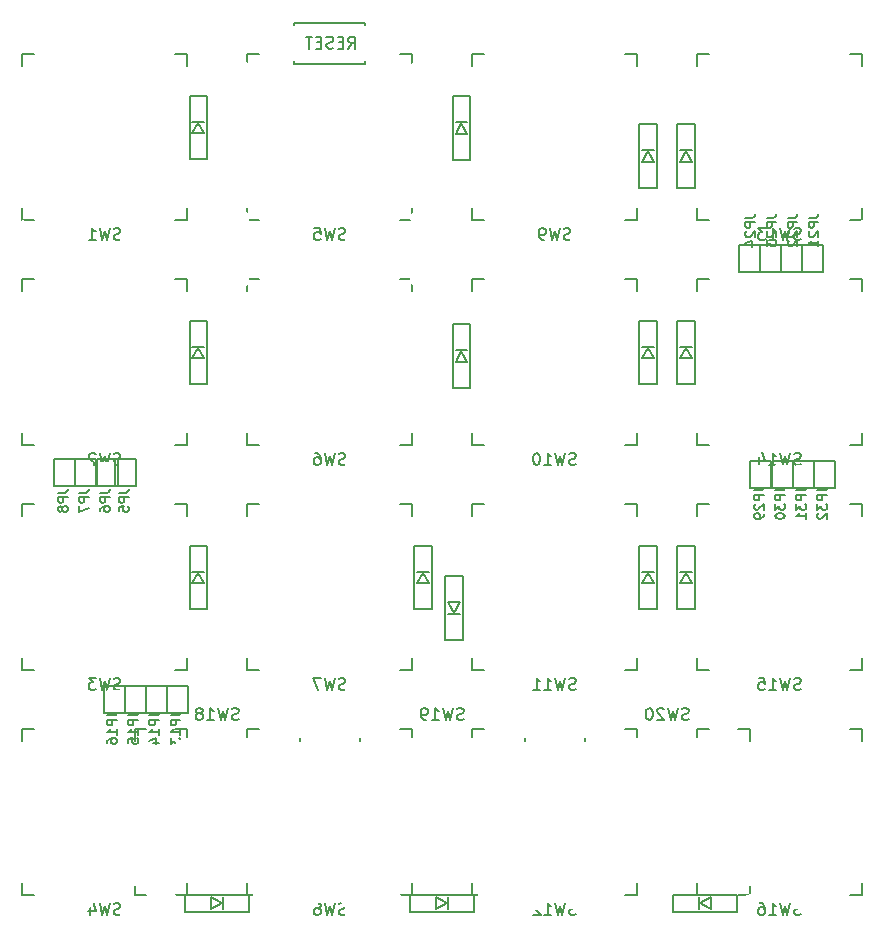
<source format=gbo>
G04 #@! TF.GenerationSoftware,KiCad,Pcbnew,5.1.4+dfsg1-1*
G04 #@! TF.CreationDate,2020-03-28T17:09:33+01:00*
G04 #@! TF.ProjectId,roni4x4ortho,726f6e69-3478-4346-9f72-74686f2e6b69,rev?*
G04 #@! TF.SameCoordinates,Original*
G04 #@! TF.FileFunction,Legend,Bot*
G04 #@! TF.FilePolarity,Positive*
%FSLAX46Y46*%
G04 Gerber Fmt 4.6, Leading zero omitted, Abs format (unit mm)*
G04 Created by KiCad (PCBNEW 5.1.4+dfsg1-1) date 2020-03-28 17:09:33*
%MOMM*%
%LPD*%
G04 APERTURE LIST*
%ADD10C,0.150000*%
%ADD11C,0.152400*%
%ADD12C,4.089800*%
%ADD13C,3.150000*%
%ADD14C,4.502000*%
%ADD15R,1.702000X1.702000*%
%ADD16R,1.245000X0.737000*%
%ADD17C,2.102000*%
%ADD18R,1.052000X1.402000*%
%ADD19R,1.499000X1.499000*%
%ADD20C,1.499000*%
%ADD21R,1.402000X1.052000*%
%ADD22C,2.388000*%
%ADD23C,1.803800*%
%ADD24C,1.626000*%
G04 APERTURE END LIST*
D10*
X83637646Y-51744690D02*
X83637646Y-49458690D01*
X83637646Y-49458690D02*
X81859646Y-49458690D01*
X81859646Y-49458690D02*
X81859646Y-51744690D01*
X81859646Y-51744690D02*
X83637646Y-51744690D01*
X80272142Y-51744690D02*
X82050142Y-51744690D01*
X80272142Y-49458690D02*
X80272142Y-51744690D01*
X82050142Y-49458690D02*
X80272142Y-49458690D01*
X82050142Y-51744690D02*
X82050142Y-49458690D01*
X80264200Y-51744690D02*
X80264200Y-49458690D01*
X80264200Y-49458690D02*
X78486200Y-49458690D01*
X78486200Y-49458690D02*
X78486200Y-51744690D01*
X78486200Y-51744690D02*
X80264200Y-51744690D01*
X76700258Y-51744690D02*
X78478258Y-51744690D01*
X76700258Y-49458690D02*
X76700258Y-51744690D01*
X78478258Y-49458690D02*
X76700258Y-49458690D01*
X78478258Y-51744690D02*
X78478258Y-49458690D01*
X88003282Y-70993176D02*
X88003282Y-68707176D01*
X88003282Y-68707176D02*
X86225282Y-68707176D01*
X86225282Y-68707176D02*
X86225282Y-70993176D01*
X86225282Y-70993176D02*
X88003282Y-70993176D01*
X84439340Y-70993176D02*
X86217340Y-70993176D01*
X84439340Y-68707176D02*
X84439340Y-70993176D01*
X86217340Y-68707176D02*
X84439340Y-68707176D01*
X86217340Y-70993176D02*
X86217340Y-68707176D01*
X84431398Y-70993176D02*
X84431398Y-68707176D01*
X84431398Y-68707176D02*
X82653398Y-68707176D01*
X82653398Y-68707176D02*
X82653398Y-70993176D01*
X82653398Y-70993176D02*
X84431398Y-70993176D01*
X80867456Y-70993176D02*
X82645456Y-70993176D01*
X80867456Y-68707176D02*
X80867456Y-70993176D01*
X82645456Y-68707176D02*
X80867456Y-68707176D01*
X82645456Y-70993176D02*
X82645456Y-68707176D01*
X141779980Y-31400832D02*
X140001980Y-31400832D01*
X141779980Y-33686832D02*
X141779980Y-31400832D01*
X140001980Y-33686832D02*
X141779980Y-33686832D01*
X140001980Y-31400832D02*
X140001980Y-33686832D01*
X138216038Y-31400832D02*
X138216038Y-33686832D01*
X138216038Y-33686832D02*
X139994038Y-33686832D01*
X139994038Y-33686832D02*
X139994038Y-31400832D01*
X139994038Y-31400832D02*
X138216038Y-31400832D01*
X136430096Y-31400832D02*
X136430096Y-33686832D01*
X136430096Y-33686832D02*
X138208096Y-33686832D01*
X138208096Y-33686832D02*
X138208096Y-31400832D01*
X138208096Y-31400832D02*
X136430096Y-31400832D01*
X136422154Y-31400832D02*
X134644154Y-31400832D01*
X136422154Y-33686832D02*
X136422154Y-31400832D01*
X134644154Y-33686832D02*
X136422154Y-33686832D01*
X134644154Y-31400832D02*
X134644154Y-33686832D01*
X135636344Y-51943128D02*
X137414344Y-51943128D01*
X135636344Y-49657128D02*
X135636344Y-51943128D01*
X137414344Y-49657128D02*
X135636344Y-49657128D01*
X137414344Y-51943128D02*
X137414344Y-49657128D01*
X137422286Y-51943128D02*
X139200286Y-51943128D01*
X137422286Y-49657128D02*
X137422286Y-51943128D01*
X139200286Y-49657128D02*
X137422286Y-49657128D01*
X139200286Y-51943128D02*
X139200286Y-49657128D01*
X140986228Y-51943128D02*
X140986228Y-49657128D01*
X140986228Y-49657128D02*
X139208228Y-49657128D01*
X139208228Y-49657128D02*
X139208228Y-51943128D01*
X139208228Y-51943128D02*
X140986228Y-51943128D01*
X140994170Y-51943128D02*
X142772170Y-51943128D01*
X140994170Y-49657128D02*
X140994170Y-51943128D01*
X142772170Y-49657128D02*
X140994170Y-49657128D01*
X142772170Y-51943128D02*
X142772170Y-49657128D01*
X103012500Y-15786600D02*
X103012500Y-16036600D01*
X103012500Y-16036600D02*
X97012500Y-16036600D01*
X97012500Y-16036600D02*
X97012500Y-15786600D01*
X97012500Y-12786600D02*
X97012500Y-12536600D01*
X97012500Y-12536600D02*
X103012500Y-12536600D01*
X103012500Y-12536600D02*
X103012500Y-12786600D01*
X88894400Y-21029900D02*
X89394400Y-21929900D01*
X89394400Y-21929900D02*
X88394400Y-21929900D01*
X88394400Y-21929900D02*
X88894400Y-21029900D01*
X89394400Y-20929900D02*
X88394400Y-20929900D01*
X89644400Y-24129900D02*
X89644400Y-18729900D01*
X89644400Y-18729900D02*
X88144400Y-18729900D01*
X88144400Y-18729900D02*
X88144400Y-24129900D01*
X88144400Y-24129900D02*
X89644400Y-24129900D01*
X88894400Y-40078700D02*
X89394400Y-40978700D01*
X89394400Y-40978700D02*
X88394400Y-40978700D01*
X88394400Y-40978700D02*
X88894400Y-40078700D01*
X89394400Y-39978700D02*
X88394400Y-39978700D01*
X89644400Y-43178700D02*
X89644400Y-37778700D01*
X89644400Y-37778700D02*
X88144400Y-37778700D01*
X88144400Y-37778700D02*
X88144400Y-43178700D01*
X88144400Y-43178700D02*
X89644400Y-43178700D01*
X88894400Y-59127500D02*
X89394400Y-60027500D01*
X89394400Y-60027500D02*
X88394400Y-60027500D01*
X88394400Y-60027500D02*
X88894400Y-59127500D01*
X89394400Y-59027500D02*
X88394400Y-59027500D01*
X89644400Y-62227500D02*
X89644400Y-56827500D01*
X89644400Y-56827500D02*
X88144400Y-56827500D01*
X88144400Y-56827500D02*
X88144400Y-62227500D01*
X88144400Y-62227500D02*
X89644400Y-62227500D01*
X90887728Y-87114282D02*
X89987728Y-87614282D01*
X89987728Y-87614282D02*
X89987728Y-86614282D01*
X89987728Y-86614282D02*
X90887728Y-87114282D01*
X90987728Y-87614282D02*
X90987728Y-86614282D01*
X87787728Y-87864282D02*
X93187728Y-87864282D01*
X93187728Y-87864282D02*
X93187728Y-86364282D01*
X93187728Y-86364282D02*
X87787728Y-86364282D01*
X87787728Y-86364282D02*
X87787728Y-87864282D01*
X110420750Y-24180450D02*
X111920750Y-24180450D01*
X110420750Y-18780450D02*
X110420750Y-24180450D01*
X111920750Y-18780450D02*
X110420750Y-18780450D01*
X111920750Y-24180450D02*
X111920750Y-18780450D01*
X111670750Y-20980450D02*
X110670750Y-20980450D01*
X110670750Y-21980450D02*
X111170750Y-21080450D01*
X111670750Y-21980450D02*
X110670750Y-21980450D01*
X111170750Y-21080450D02*
X111670750Y-21980450D01*
X110420750Y-43441300D02*
X111920750Y-43441300D01*
X110420750Y-38041300D02*
X110420750Y-43441300D01*
X111920750Y-38041300D02*
X110420750Y-38041300D01*
X111920750Y-43441300D02*
X111920750Y-38041300D01*
X111670750Y-40241300D02*
X110670750Y-40241300D01*
X110670750Y-41241300D02*
X111170750Y-40341300D01*
X111670750Y-41241300D02*
X110670750Y-41241300D01*
X111170750Y-40341300D02*
X111670750Y-41241300D01*
X107193200Y-62227500D02*
X108693200Y-62227500D01*
X107193200Y-56827500D02*
X107193200Y-62227500D01*
X108693200Y-56827500D02*
X107193200Y-56827500D01*
X108693200Y-62227500D02*
X108693200Y-56827500D01*
X108443200Y-59027500D02*
X107443200Y-59027500D01*
X107443200Y-60027500D02*
X107943200Y-59127500D01*
X108443200Y-60027500D02*
X107443200Y-60027500D01*
X107943200Y-59127500D02*
X108443200Y-60027500D01*
X106837776Y-86364282D02*
X106837776Y-87864282D01*
X112237776Y-86364282D02*
X106837776Y-86364282D01*
X112237776Y-87864282D02*
X112237776Y-86364282D01*
X106837776Y-87864282D02*
X112237776Y-87864282D01*
X110037776Y-87614282D02*
X110037776Y-86614282D01*
X109037776Y-86614282D02*
X109937776Y-87114282D01*
X109037776Y-87614282D02*
X109037776Y-86614282D01*
X109937776Y-87114282D02*
X109037776Y-87614282D01*
X126992000Y-23411150D02*
X127492000Y-24311150D01*
X127492000Y-24311150D02*
X126492000Y-24311150D01*
X126492000Y-24311150D02*
X126992000Y-23411150D01*
X127492000Y-23311150D02*
X126492000Y-23311150D01*
X127742000Y-26511150D02*
X127742000Y-21111150D01*
X127742000Y-21111150D02*
X126242000Y-21111150D01*
X126242000Y-21111150D02*
X126242000Y-26511150D01*
X126242000Y-26511150D02*
X127742000Y-26511150D01*
X126992000Y-40078700D02*
X127492000Y-40978700D01*
X127492000Y-40978700D02*
X126492000Y-40978700D01*
X126492000Y-40978700D02*
X126992000Y-40078700D01*
X127492000Y-39978700D02*
X126492000Y-39978700D01*
X127742000Y-43178700D02*
X127742000Y-37778700D01*
X127742000Y-37778700D02*
X126242000Y-37778700D01*
X126242000Y-37778700D02*
X126242000Y-43178700D01*
X126242000Y-43178700D02*
X127742000Y-43178700D01*
X126992000Y-59127500D02*
X127492000Y-60027500D01*
X127492000Y-60027500D02*
X126492000Y-60027500D01*
X126492000Y-60027500D02*
X126992000Y-59127500D01*
X127492000Y-59027500D02*
X126492000Y-59027500D01*
X127742000Y-62227500D02*
X127742000Y-56827500D01*
X127742000Y-56827500D02*
X126242000Y-56827500D01*
X126242000Y-56827500D02*
X126242000Y-62227500D01*
X126242000Y-62227500D02*
X127742000Y-62227500D01*
X111279966Y-59411094D02*
X109779966Y-59411094D01*
X111279966Y-64811094D02*
X111279966Y-59411094D01*
X109779966Y-64811094D02*
X111279966Y-64811094D01*
X109779966Y-59411094D02*
X109779966Y-64811094D01*
X110029966Y-62611094D02*
X111029966Y-62611094D01*
X111029966Y-61611094D02*
X110529966Y-62511094D01*
X110029966Y-61611094D02*
X111029966Y-61611094D01*
X110529966Y-62511094D02*
X110029966Y-61611094D01*
X129416800Y-26511150D02*
X130916800Y-26511150D01*
X129416800Y-21111150D02*
X129416800Y-26511150D01*
X130916800Y-21111150D02*
X129416800Y-21111150D01*
X130916800Y-26511150D02*
X130916800Y-21111150D01*
X130666800Y-23311150D02*
X129666800Y-23311150D01*
X129666800Y-24311150D02*
X130166800Y-23411150D01*
X130666800Y-24311150D02*
X129666800Y-24311150D01*
X130166800Y-23411150D02*
X130666800Y-24311150D01*
X129416800Y-43178700D02*
X130916800Y-43178700D01*
X129416800Y-37778700D02*
X129416800Y-43178700D01*
X130916800Y-37778700D02*
X129416800Y-37778700D01*
X130916800Y-43178700D02*
X130916800Y-37778700D01*
X130666800Y-39978700D02*
X129666800Y-39978700D01*
X129666800Y-40978700D02*
X130166800Y-40078700D01*
X130666800Y-40978700D02*
X129666800Y-40978700D01*
X130166800Y-40078700D02*
X130666800Y-40978700D01*
X129416800Y-62227500D02*
X130916800Y-62227500D01*
X129416800Y-56827500D02*
X129416800Y-62227500D01*
X130916800Y-56827500D02*
X129416800Y-56827500D01*
X130916800Y-62227500D02*
X130916800Y-56827500D01*
X130666800Y-59027500D02*
X129666800Y-59027500D01*
X129666800Y-60027500D02*
X130166800Y-59127500D01*
X130666800Y-60027500D02*
X129666800Y-60027500D01*
X130166800Y-59127500D02*
X130666800Y-60027500D01*
X131362832Y-87114282D02*
X132262832Y-86614282D01*
X132262832Y-86614282D02*
X132262832Y-87614282D01*
X132262832Y-87614282D02*
X131362832Y-87114282D01*
X131262832Y-86614282D02*
X131262832Y-87614282D01*
X134462832Y-86364282D02*
X129062832Y-86364282D01*
X129062832Y-86364282D02*
X129062832Y-87864282D01*
X129062832Y-87864282D02*
X134462832Y-87864282D01*
X134462832Y-87864282D02*
X134462832Y-86364282D01*
X87957400Y-28223600D02*
X87957400Y-29223600D01*
X87957400Y-15223600D02*
X87957400Y-16223600D01*
X86957400Y-15223600D02*
X87957400Y-15223600D01*
X73957400Y-16223600D02*
X73957400Y-15223600D01*
X73957400Y-15223600D02*
X74957400Y-15223600D01*
X73957400Y-29223600D02*
X73957400Y-28223600D01*
X74957400Y-29223600D02*
X73957400Y-29223600D01*
X87957400Y-29223600D02*
X86957400Y-29223600D01*
X87957400Y-48272400D02*
X86957400Y-48272400D01*
X74957400Y-48272400D02*
X73957400Y-48272400D01*
X73957400Y-48272400D02*
X73957400Y-47272400D01*
X73957400Y-34272400D02*
X74957400Y-34272400D01*
X73957400Y-35272400D02*
X73957400Y-34272400D01*
X86957400Y-34272400D02*
X87957400Y-34272400D01*
X87957400Y-34272400D02*
X87957400Y-35272400D01*
X87957400Y-47272400D02*
X87957400Y-48272400D01*
X87957400Y-66321200D02*
X87957400Y-67321200D01*
X87957400Y-53321200D02*
X87957400Y-54321200D01*
X86957400Y-53321200D02*
X87957400Y-53321200D01*
X73957400Y-54321200D02*
X73957400Y-53321200D01*
X73957400Y-53321200D02*
X74957400Y-53321200D01*
X73957400Y-67321200D02*
X73957400Y-66321200D01*
X74957400Y-67321200D02*
X73957400Y-67321200D01*
X87957400Y-67321200D02*
X86957400Y-67321200D01*
X87957400Y-85370000D02*
X87957400Y-86370000D01*
X87957400Y-72370000D02*
X87957400Y-73370000D01*
X86957400Y-72370000D02*
X87957400Y-72370000D01*
X73957400Y-73370000D02*
X73957400Y-72370000D01*
X73957400Y-72370000D02*
X74957400Y-72370000D01*
X73957400Y-86370000D02*
X73957400Y-85370000D01*
X74957400Y-86370000D02*
X73957400Y-86370000D01*
X87957400Y-86370000D02*
X86957400Y-86370000D01*
X107006200Y-28223600D02*
X107006200Y-29223600D01*
X107006200Y-15223600D02*
X107006200Y-16223600D01*
X106006200Y-15223600D02*
X107006200Y-15223600D01*
X93006200Y-16223600D02*
X93006200Y-15223600D01*
X93006200Y-15223600D02*
X94006200Y-15223600D01*
X93006200Y-29223600D02*
X93006200Y-28223600D01*
X94006200Y-29223600D02*
X93006200Y-29223600D01*
X107006200Y-29223600D02*
X106006200Y-29223600D01*
X107006200Y-48272400D02*
X106006200Y-48272400D01*
X94006200Y-48272400D02*
X93006200Y-48272400D01*
X93006200Y-48272400D02*
X93006200Y-47272400D01*
X93006200Y-34272400D02*
X94006200Y-34272400D01*
X93006200Y-35272400D02*
X93006200Y-34272400D01*
X106006200Y-34272400D02*
X107006200Y-34272400D01*
X107006200Y-34272400D02*
X107006200Y-35272400D01*
X107006200Y-47272400D02*
X107006200Y-48272400D01*
X107006200Y-67321200D02*
X106006200Y-67321200D01*
X94006200Y-67321200D02*
X93006200Y-67321200D01*
X93006200Y-67321200D02*
X93006200Y-66321200D01*
X93006200Y-53321200D02*
X94006200Y-53321200D01*
X93006200Y-54321200D02*
X93006200Y-53321200D01*
X106006200Y-53321200D02*
X107006200Y-53321200D01*
X107006200Y-53321200D02*
X107006200Y-54321200D01*
X107006200Y-66321200D02*
X107006200Y-67321200D01*
X107006200Y-86370000D02*
X106006200Y-86370000D01*
X94006200Y-86370000D02*
X93006200Y-86370000D01*
X93006200Y-86370000D02*
X93006200Y-85370000D01*
X93006200Y-72370000D02*
X94006200Y-72370000D01*
X93006200Y-73370000D02*
X93006200Y-72370000D01*
X106006200Y-72370000D02*
X107006200Y-72370000D01*
X107006200Y-72370000D02*
X107006200Y-73370000D01*
X107006200Y-85370000D02*
X107006200Y-86370000D01*
X126055000Y-29223600D02*
X125055000Y-29223600D01*
X113055000Y-29223600D02*
X112055000Y-29223600D01*
X112055000Y-29223600D02*
X112055000Y-28223600D01*
X112055000Y-15223600D02*
X113055000Y-15223600D01*
X112055000Y-16223600D02*
X112055000Y-15223600D01*
X125055000Y-15223600D02*
X126055000Y-15223600D01*
X126055000Y-15223600D02*
X126055000Y-16223600D01*
X126055000Y-28223600D02*
X126055000Y-29223600D01*
X126055000Y-47272400D02*
X126055000Y-48272400D01*
X126055000Y-34272400D02*
X126055000Y-35272400D01*
X125055000Y-34272400D02*
X126055000Y-34272400D01*
X112055000Y-35272400D02*
X112055000Y-34272400D01*
X112055000Y-34272400D02*
X113055000Y-34272400D01*
X112055000Y-48272400D02*
X112055000Y-47272400D01*
X113055000Y-48272400D02*
X112055000Y-48272400D01*
X126055000Y-48272400D02*
X125055000Y-48272400D01*
X126055000Y-66321200D02*
X126055000Y-67321200D01*
X126055000Y-53321200D02*
X126055000Y-54321200D01*
X125055000Y-53321200D02*
X126055000Y-53321200D01*
X112055000Y-54321200D02*
X112055000Y-53321200D01*
X112055000Y-53321200D02*
X113055000Y-53321200D01*
X112055000Y-67321200D02*
X112055000Y-66321200D01*
X113055000Y-67321200D02*
X112055000Y-67321200D01*
X126055000Y-67321200D02*
X125055000Y-67321200D01*
X126055000Y-85370000D02*
X126055000Y-86370000D01*
X126055000Y-72370000D02*
X126055000Y-73370000D01*
X125055000Y-72370000D02*
X126055000Y-72370000D01*
X112055000Y-73370000D02*
X112055000Y-72370000D01*
X112055000Y-72370000D02*
X113055000Y-72370000D01*
X112055000Y-86370000D02*
X112055000Y-85370000D01*
X113055000Y-86370000D02*
X112055000Y-86370000D01*
X126055000Y-86370000D02*
X125055000Y-86370000D01*
X145103800Y-28223600D02*
X145103800Y-29223600D01*
X145103800Y-15223600D02*
X145103800Y-16223600D01*
X144103800Y-15223600D02*
X145103800Y-15223600D01*
X131103800Y-16223600D02*
X131103800Y-15223600D01*
X131103800Y-15223600D02*
X132103800Y-15223600D01*
X131103800Y-29223600D02*
X131103800Y-28223600D01*
X132103800Y-29223600D02*
X131103800Y-29223600D01*
X145103800Y-29223600D02*
X144103800Y-29223600D01*
X145103800Y-48272400D02*
X144103800Y-48272400D01*
X132103800Y-48272400D02*
X131103800Y-48272400D01*
X131103800Y-48272400D02*
X131103800Y-47272400D01*
X131103800Y-34272400D02*
X132103800Y-34272400D01*
X131103800Y-35272400D02*
X131103800Y-34272400D01*
X144103800Y-34272400D02*
X145103800Y-34272400D01*
X145103800Y-34272400D02*
X145103800Y-35272400D01*
X145103800Y-47272400D02*
X145103800Y-48272400D01*
X145103800Y-67321200D02*
X144103800Y-67321200D01*
X132103800Y-67321200D02*
X131103800Y-67321200D01*
X131103800Y-67321200D02*
X131103800Y-66321200D01*
X131103800Y-53321200D02*
X132103800Y-53321200D01*
X131103800Y-54321200D02*
X131103800Y-53321200D01*
X144103800Y-53321200D02*
X145103800Y-53321200D01*
X145103800Y-53321200D02*
X145103800Y-54321200D01*
X145103800Y-66321200D02*
X145103800Y-67321200D01*
X145103800Y-86370000D02*
X144103800Y-86370000D01*
X132103800Y-86370000D02*
X131103800Y-86370000D01*
X131103800Y-86370000D02*
X131103800Y-85370000D01*
X131103800Y-72370000D02*
X132103800Y-72370000D01*
X131103800Y-73370000D02*
X131103800Y-72370000D01*
X144103800Y-72370000D02*
X145103800Y-72370000D01*
X145103800Y-72370000D02*
X145103800Y-73370000D01*
X145103800Y-85370000D02*
X145103800Y-86370000D01*
X83487728Y-72375200D02*
X84487728Y-72375200D01*
X96487728Y-72375200D02*
X97487728Y-72375200D01*
X97487728Y-72375200D02*
X97487728Y-73375200D01*
X97487728Y-86375200D02*
X96487728Y-86375200D01*
X97487728Y-85375200D02*
X97487728Y-86375200D01*
X84487728Y-86375200D02*
X83487728Y-86375200D01*
X83487728Y-86375200D02*
X83487728Y-85375200D01*
X83487728Y-73375200D02*
X83487728Y-72375200D01*
X102537776Y-73375200D02*
X102537776Y-72375200D01*
X102537776Y-86375200D02*
X102537776Y-85375200D01*
X103537776Y-86375200D02*
X102537776Y-86375200D01*
X116537776Y-85375200D02*
X116537776Y-86375200D01*
X116537776Y-86375200D02*
X115537776Y-86375200D01*
X116537776Y-72375200D02*
X116537776Y-73375200D01*
X115537776Y-72375200D02*
X116537776Y-72375200D01*
X102537776Y-72375200D02*
X103537776Y-72375200D01*
X121587824Y-73375200D02*
X121587824Y-72375200D01*
X121587824Y-86375200D02*
X121587824Y-85375200D01*
X122587824Y-86375200D02*
X121587824Y-86375200D01*
X135587824Y-85375200D02*
X135587824Y-86375200D01*
X135587824Y-86375200D02*
X134587824Y-86375200D01*
X135587824Y-72375200D02*
X135587824Y-73375200D01*
X134587824Y-72375200D02*
X135587824Y-72375200D01*
X121587824Y-72375200D02*
X122587824Y-72375200D01*
D11*
X82176541Y-52337356D02*
X82757112Y-52337356D01*
X82873226Y-52298651D01*
X82950636Y-52221242D01*
X82989341Y-52105128D01*
X82989341Y-52027718D01*
X82989341Y-52724404D02*
X82176541Y-52724404D01*
X82176541Y-53034042D01*
X82215246Y-53111451D01*
X82253950Y-53150156D01*
X82331360Y-53188861D01*
X82447474Y-53188861D01*
X82524884Y-53150156D01*
X82563588Y-53111451D01*
X82602293Y-53034042D01*
X82602293Y-52724404D01*
X82176541Y-53924251D02*
X82176541Y-53537204D01*
X82563588Y-53498499D01*
X82524884Y-53537204D01*
X82486179Y-53614613D01*
X82486179Y-53808137D01*
X82524884Y-53885547D01*
X82563588Y-53924251D01*
X82640998Y-53962956D01*
X82834522Y-53962956D01*
X82911931Y-53924251D01*
X82950636Y-53885547D01*
X82989341Y-53808137D01*
X82989341Y-53614613D01*
X82950636Y-53537204D01*
X82911931Y-53498499D01*
X80589037Y-52337356D02*
X81169608Y-52337356D01*
X81285722Y-52298651D01*
X81363132Y-52221242D01*
X81401837Y-52105128D01*
X81401837Y-52027718D01*
X81401837Y-52724404D02*
X80589037Y-52724404D01*
X80589037Y-53034042D01*
X80627742Y-53111451D01*
X80666446Y-53150156D01*
X80743856Y-53188861D01*
X80859970Y-53188861D01*
X80937380Y-53150156D01*
X80976084Y-53111451D01*
X81014789Y-53034042D01*
X81014789Y-52724404D01*
X80589037Y-53885547D02*
X80589037Y-53730728D01*
X80627742Y-53653318D01*
X80666446Y-53614613D01*
X80782561Y-53537204D01*
X80937380Y-53498499D01*
X81247018Y-53498499D01*
X81324427Y-53537204D01*
X81363132Y-53575909D01*
X81401837Y-53653318D01*
X81401837Y-53808137D01*
X81363132Y-53885547D01*
X81324427Y-53924251D01*
X81247018Y-53962956D01*
X81053494Y-53962956D01*
X80976084Y-53924251D01*
X80937380Y-53885547D01*
X80898675Y-53808137D01*
X80898675Y-53653318D01*
X80937380Y-53575909D01*
X80976084Y-53537204D01*
X81053494Y-53498499D01*
X78803095Y-52337356D02*
X79383666Y-52337356D01*
X79499780Y-52298651D01*
X79577190Y-52221242D01*
X79615895Y-52105128D01*
X79615895Y-52027718D01*
X79615895Y-52724404D02*
X78803095Y-52724404D01*
X78803095Y-53034042D01*
X78841800Y-53111451D01*
X78880504Y-53150156D01*
X78957914Y-53188861D01*
X79074028Y-53188861D01*
X79151438Y-53150156D01*
X79190142Y-53111451D01*
X79228847Y-53034042D01*
X79228847Y-52724404D01*
X78803095Y-53459794D02*
X78803095Y-54001661D01*
X79615895Y-53653318D01*
X77017153Y-52337356D02*
X77597724Y-52337356D01*
X77713838Y-52298651D01*
X77791248Y-52221242D01*
X77829953Y-52105128D01*
X77829953Y-52027718D01*
X77829953Y-52724404D02*
X77017153Y-52724404D01*
X77017153Y-53034042D01*
X77055858Y-53111451D01*
X77094562Y-53150156D01*
X77171972Y-53188861D01*
X77288086Y-53188861D01*
X77365496Y-53150156D01*
X77404200Y-53111451D01*
X77442905Y-53034042D01*
X77442905Y-52724404D01*
X77365496Y-53653318D02*
X77326791Y-53575909D01*
X77288086Y-53537204D01*
X77210677Y-53498499D01*
X77171972Y-53498499D01*
X77094562Y-53537204D01*
X77055858Y-53575909D01*
X77017153Y-53653318D01*
X77017153Y-53808137D01*
X77055858Y-53885547D01*
X77094562Y-53924251D01*
X77171972Y-53962956D01*
X77210677Y-53962956D01*
X77288086Y-53924251D01*
X77326791Y-53885547D01*
X77365496Y-53808137D01*
X77365496Y-53653318D01*
X77404200Y-53575909D01*
X77442905Y-53537204D01*
X77520315Y-53498499D01*
X77675134Y-53498499D01*
X77752543Y-53537204D01*
X77791248Y-53575909D01*
X77829953Y-53653318D01*
X77829953Y-53808137D01*
X77791248Y-53885547D01*
X77752543Y-53924251D01*
X77675134Y-53962956D01*
X77520315Y-53962956D01*
X77442905Y-53924251D01*
X77404200Y-53885547D01*
X77365496Y-53808137D01*
X86542177Y-71198795D02*
X87122748Y-71198795D01*
X87238862Y-71160090D01*
X87316272Y-71082680D01*
X87354977Y-70966566D01*
X87354977Y-70889156D01*
X87354977Y-71585842D02*
X86542177Y-71585842D01*
X86542177Y-71895480D01*
X86580882Y-71972890D01*
X86619586Y-72011595D01*
X86696996Y-72050299D01*
X86813110Y-72050299D01*
X86890520Y-72011595D01*
X86929224Y-71972890D01*
X86967929Y-71895480D01*
X86967929Y-71585842D01*
X87354977Y-72824395D02*
X87354977Y-72359937D01*
X87354977Y-72592166D02*
X86542177Y-72592166D01*
X86658291Y-72514756D01*
X86735701Y-72437347D01*
X86774405Y-72359937D01*
X86542177Y-73095328D02*
X86542177Y-73598490D01*
X86851815Y-73327556D01*
X86851815Y-73443671D01*
X86890520Y-73521080D01*
X86929224Y-73559785D01*
X87006634Y-73598490D01*
X87200158Y-73598490D01*
X87277567Y-73559785D01*
X87316272Y-73521080D01*
X87354977Y-73443671D01*
X87354977Y-73211442D01*
X87316272Y-73134033D01*
X87277567Y-73095328D01*
X84756235Y-71198795D02*
X85336806Y-71198795D01*
X85452920Y-71160090D01*
X85530330Y-71082680D01*
X85569035Y-70966566D01*
X85569035Y-70889156D01*
X85569035Y-71585842D02*
X84756235Y-71585842D01*
X84756235Y-71895480D01*
X84794940Y-71972890D01*
X84833644Y-72011595D01*
X84911054Y-72050299D01*
X85027168Y-72050299D01*
X85104578Y-72011595D01*
X85143282Y-71972890D01*
X85181987Y-71895480D01*
X85181987Y-71585842D01*
X85569035Y-72824395D02*
X85569035Y-72359937D01*
X85569035Y-72592166D02*
X84756235Y-72592166D01*
X84872349Y-72514756D01*
X84949759Y-72437347D01*
X84988463Y-72359937D01*
X85027168Y-73521080D02*
X85569035Y-73521080D01*
X84717530Y-73327556D02*
X85298101Y-73134033D01*
X85298101Y-73637195D01*
X82970293Y-71198795D02*
X83550864Y-71198795D01*
X83666978Y-71160090D01*
X83744388Y-71082680D01*
X83783093Y-70966566D01*
X83783093Y-70889156D01*
X83783093Y-71585842D02*
X82970293Y-71585842D01*
X82970293Y-71895480D01*
X83008998Y-71972890D01*
X83047702Y-72011595D01*
X83125112Y-72050299D01*
X83241226Y-72050299D01*
X83318636Y-72011595D01*
X83357340Y-71972890D01*
X83396045Y-71895480D01*
X83396045Y-71585842D01*
X83783093Y-72824395D02*
X83783093Y-72359937D01*
X83783093Y-72592166D02*
X82970293Y-72592166D01*
X83086407Y-72514756D01*
X83163817Y-72437347D01*
X83202521Y-72359937D01*
X82970293Y-73559785D02*
X82970293Y-73172737D01*
X83357340Y-73134033D01*
X83318636Y-73172737D01*
X83279931Y-73250147D01*
X83279931Y-73443671D01*
X83318636Y-73521080D01*
X83357340Y-73559785D01*
X83434750Y-73598490D01*
X83628274Y-73598490D01*
X83705683Y-73559785D01*
X83744388Y-73521080D01*
X83783093Y-73443671D01*
X83783093Y-73250147D01*
X83744388Y-73172737D01*
X83705683Y-73134033D01*
X81184351Y-71198795D02*
X81764922Y-71198795D01*
X81881036Y-71160090D01*
X81958446Y-71082680D01*
X81997151Y-70966566D01*
X81997151Y-70889156D01*
X81997151Y-71585842D02*
X81184351Y-71585842D01*
X81184351Y-71895480D01*
X81223056Y-71972890D01*
X81261760Y-72011595D01*
X81339170Y-72050299D01*
X81455284Y-72050299D01*
X81532694Y-72011595D01*
X81571398Y-71972890D01*
X81610103Y-71895480D01*
X81610103Y-71585842D01*
X81997151Y-72824395D02*
X81997151Y-72359937D01*
X81997151Y-72592166D02*
X81184351Y-72592166D01*
X81300465Y-72514756D01*
X81377875Y-72437347D01*
X81416579Y-72359937D01*
X81184351Y-73521080D02*
X81184351Y-73366261D01*
X81223056Y-73288852D01*
X81261760Y-73250147D01*
X81377875Y-73172737D01*
X81532694Y-73134033D01*
X81842332Y-73134033D01*
X81919741Y-73172737D01*
X81958446Y-73211442D01*
X81997151Y-73288852D01*
X81997151Y-73443671D01*
X81958446Y-73521080D01*
X81919741Y-73559785D01*
X81842332Y-73598490D01*
X81648808Y-73598490D01*
X81571398Y-73559785D01*
X81532694Y-73521080D01*
X81493989Y-73443671D01*
X81493989Y-73288852D01*
X81532694Y-73211442D01*
X81571398Y-73172737D01*
X81648808Y-73134033D01*
X140572875Y-29066451D02*
X141153446Y-29066451D01*
X141269560Y-29027746D01*
X141346970Y-28950336D01*
X141385675Y-28834222D01*
X141385675Y-28756812D01*
X141385675Y-29453498D02*
X140572875Y-29453498D01*
X140572875Y-29763136D01*
X140611580Y-29840546D01*
X140650284Y-29879251D01*
X140727694Y-29917955D01*
X140843808Y-29917955D01*
X140921218Y-29879251D01*
X140959922Y-29840546D01*
X140998627Y-29763136D01*
X140998627Y-29453498D01*
X140650284Y-30227593D02*
X140611580Y-30266298D01*
X140572875Y-30343708D01*
X140572875Y-30537232D01*
X140611580Y-30614641D01*
X140650284Y-30653346D01*
X140727694Y-30692051D01*
X140805103Y-30692051D01*
X140921218Y-30653346D01*
X141385675Y-30188889D01*
X141385675Y-30692051D01*
X141385675Y-31466146D02*
X141385675Y-31001689D01*
X141385675Y-31233917D02*
X140572875Y-31233917D01*
X140688989Y-31156508D01*
X140766399Y-31079098D01*
X140805103Y-31001689D01*
X138786933Y-29066451D02*
X139367504Y-29066451D01*
X139483618Y-29027746D01*
X139561028Y-28950336D01*
X139599733Y-28834222D01*
X139599733Y-28756812D01*
X139599733Y-29453498D02*
X138786933Y-29453498D01*
X138786933Y-29763136D01*
X138825638Y-29840546D01*
X138864342Y-29879251D01*
X138941752Y-29917955D01*
X139057866Y-29917955D01*
X139135276Y-29879251D01*
X139173980Y-29840546D01*
X139212685Y-29763136D01*
X139212685Y-29453498D01*
X138864342Y-30227593D02*
X138825638Y-30266298D01*
X138786933Y-30343708D01*
X138786933Y-30537232D01*
X138825638Y-30614641D01*
X138864342Y-30653346D01*
X138941752Y-30692051D01*
X139019161Y-30692051D01*
X139135276Y-30653346D01*
X139599733Y-30188889D01*
X139599733Y-30692051D01*
X138864342Y-31001689D02*
X138825638Y-31040393D01*
X138786933Y-31117803D01*
X138786933Y-31311327D01*
X138825638Y-31388736D01*
X138864342Y-31427441D01*
X138941752Y-31466146D01*
X139019161Y-31466146D01*
X139135276Y-31427441D01*
X139599733Y-30962984D01*
X139599733Y-31466146D01*
X137000991Y-29066451D02*
X137581562Y-29066451D01*
X137697676Y-29027746D01*
X137775086Y-28950336D01*
X137813791Y-28834222D01*
X137813791Y-28756812D01*
X137813791Y-29453498D02*
X137000991Y-29453498D01*
X137000991Y-29763136D01*
X137039696Y-29840546D01*
X137078400Y-29879251D01*
X137155810Y-29917955D01*
X137271924Y-29917955D01*
X137349334Y-29879251D01*
X137388038Y-29840546D01*
X137426743Y-29763136D01*
X137426743Y-29453498D01*
X137078400Y-30227593D02*
X137039696Y-30266298D01*
X137000991Y-30343708D01*
X137000991Y-30537232D01*
X137039696Y-30614641D01*
X137078400Y-30653346D01*
X137155810Y-30692051D01*
X137233219Y-30692051D01*
X137349334Y-30653346D01*
X137813791Y-30188889D01*
X137813791Y-30692051D01*
X137000991Y-30962984D02*
X137000991Y-31466146D01*
X137310629Y-31195212D01*
X137310629Y-31311327D01*
X137349334Y-31388736D01*
X137388038Y-31427441D01*
X137465448Y-31466146D01*
X137658972Y-31466146D01*
X137736381Y-31427441D01*
X137775086Y-31388736D01*
X137813791Y-31311327D01*
X137813791Y-31079098D01*
X137775086Y-31001689D01*
X137736381Y-30962984D01*
X135215049Y-29066451D02*
X135795620Y-29066451D01*
X135911734Y-29027746D01*
X135989144Y-28950336D01*
X136027849Y-28834222D01*
X136027849Y-28756812D01*
X136027849Y-29453498D02*
X135215049Y-29453498D01*
X135215049Y-29763136D01*
X135253754Y-29840546D01*
X135292458Y-29879251D01*
X135369868Y-29917955D01*
X135485982Y-29917955D01*
X135563392Y-29879251D01*
X135602096Y-29840546D01*
X135640801Y-29763136D01*
X135640801Y-29453498D01*
X135292458Y-30227593D02*
X135253754Y-30266298D01*
X135215049Y-30343708D01*
X135215049Y-30537232D01*
X135253754Y-30614641D01*
X135292458Y-30653346D01*
X135369868Y-30692051D01*
X135447277Y-30692051D01*
X135563392Y-30653346D01*
X136027849Y-30188889D01*
X136027849Y-30692051D01*
X135485982Y-31388736D02*
X136027849Y-31388736D01*
X135176344Y-31195212D02*
X135756915Y-31001689D01*
X135756915Y-31504851D01*
X135953239Y-52148747D02*
X136533810Y-52148747D01*
X136649924Y-52110042D01*
X136727334Y-52032632D01*
X136766039Y-51916518D01*
X136766039Y-51839108D01*
X136766039Y-52535794D02*
X135953239Y-52535794D01*
X135953239Y-52845432D01*
X135991944Y-52922842D01*
X136030648Y-52961547D01*
X136108058Y-53000251D01*
X136224172Y-53000251D01*
X136301582Y-52961547D01*
X136340286Y-52922842D01*
X136378991Y-52845432D01*
X136378991Y-52535794D01*
X136030648Y-53309889D02*
X135991944Y-53348594D01*
X135953239Y-53426004D01*
X135953239Y-53619528D01*
X135991944Y-53696937D01*
X136030648Y-53735642D01*
X136108058Y-53774347D01*
X136185467Y-53774347D01*
X136301582Y-53735642D01*
X136766039Y-53271185D01*
X136766039Y-53774347D01*
X136766039Y-54161394D02*
X136766039Y-54316213D01*
X136727334Y-54393623D01*
X136688629Y-54432328D01*
X136572515Y-54509737D01*
X136417696Y-54548442D01*
X136108058Y-54548442D01*
X136030648Y-54509737D01*
X135991944Y-54471032D01*
X135953239Y-54393623D01*
X135953239Y-54238804D01*
X135991944Y-54161394D01*
X136030648Y-54122689D01*
X136108058Y-54083985D01*
X136301582Y-54083985D01*
X136378991Y-54122689D01*
X136417696Y-54161394D01*
X136456401Y-54238804D01*
X136456401Y-54393623D01*
X136417696Y-54471032D01*
X136378991Y-54509737D01*
X136301582Y-54548442D01*
X137739181Y-52148747D02*
X138319752Y-52148747D01*
X138435866Y-52110042D01*
X138513276Y-52032632D01*
X138551981Y-51916518D01*
X138551981Y-51839108D01*
X138551981Y-52535794D02*
X137739181Y-52535794D01*
X137739181Y-52845432D01*
X137777886Y-52922842D01*
X137816590Y-52961547D01*
X137894000Y-53000251D01*
X138010114Y-53000251D01*
X138087524Y-52961547D01*
X138126228Y-52922842D01*
X138164933Y-52845432D01*
X138164933Y-52535794D01*
X137739181Y-53271185D02*
X137739181Y-53774347D01*
X138048819Y-53503413D01*
X138048819Y-53619528D01*
X138087524Y-53696937D01*
X138126228Y-53735642D01*
X138203638Y-53774347D01*
X138397162Y-53774347D01*
X138474571Y-53735642D01*
X138513276Y-53696937D01*
X138551981Y-53619528D01*
X138551981Y-53387299D01*
X138513276Y-53309889D01*
X138474571Y-53271185D01*
X137739181Y-54277508D02*
X137739181Y-54354918D01*
X137777886Y-54432328D01*
X137816590Y-54471032D01*
X137894000Y-54509737D01*
X138048819Y-54548442D01*
X138242343Y-54548442D01*
X138397162Y-54509737D01*
X138474571Y-54471032D01*
X138513276Y-54432328D01*
X138551981Y-54354918D01*
X138551981Y-54277508D01*
X138513276Y-54200099D01*
X138474571Y-54161394D01*
X138397162Y-54122689D01*
X138242343Y-54083985D01*
X138048819Y-54083985D01*
X137894000Y-54122689D01*
X137816590Y-54161394D01*
X137777886Y-54200099D01*
X137739181Y-54277508D01*
X139525123Y-52148747D02*
X140105694Y-52148747D01*
X140221808Y-52110042D01*
X140299218Y-52032632D01*
X140337923Y-51916518D01*
X140337923Y-51839108D01*
X140337923Y-52535794D02*
X139525123Y-52535794D01*
X139525123Y-52845432D01*
X139563828Y-52922842D01*
X139602532Y-52961547D01*
X139679942Y-53000251D01*
X139796056Y-53000251D01*
X139873466Y-52961547D01*
X139912170Y-52922842D01*
X139950875Y-52845432D01*
X139950875Y-52535794D01*
X139525123Y-53271185D02*
X139525123Y-53774347D01*
X139834761Y-53503413D01*
X139834761Y-53619528D01*
X139873466Y-53696937D01*
X139912170Y-53735642D01*
X139989580Y-53774347D01*
X140183104Y-53774347D01*
X140260513Y-53735642D01*
X140299218Y-53696937D01*
X140337923Y-53619528D01*
X140337923Y-53387299D01*
X140299218Y-53309889D01*
X140260513Y-53271185D01*
X140337923Y-54548442D02*
X140337923Y-54083985D01*
X140337923Y-54316213D02*
X139525123Y-54316213D01*
X139641237Y-54238804D01*
X139718647Y-54161394D01*
X139757351Y-54083985D01*
X141311065Y-52148747D02*
X141891636Y-52148747D01*
X142007750Y-52110042D01*
X142085160Y-52032632D01*
X142123865Y-51916518D01*
X142123865Y-51839108D01*
X142123865Y-52535794D02*
X141311065Y-52535794D01*
X141311065Y-52845432D01*
X141349770Y-52922842D01*
X141388474Y-52961547D01*
X141465884Y-53000251D01*
X141581998Y-53000251D01*
X141659408Y-52961547D01*
X141698112Y-52922842D01*
X141736817Y-52845432D01*
X141736817Y-52535794D01*
X141311065Y-53271185D02*
X141311065Y-53774347D01*
X141620703Y-53503413D01*
X141620703Y-53619528D01*
X141659408Y-53696937D01*
X141698112Y-53735642D01*
X141775522Y-53774347D01*
X141969046Y-53774347D01*
X142046455Y-53735642D01*
X142085160Y-53696937D01*
X142123865Y-53619528D01*
X142123865Y-53387299D01*
X142085160Y-53309889D01*
X142046455Y-53271185D01*
X141388474Y-54083985D02*
X141349770Y-54122689D01*
X141311065Y-54200099D01*
X141311065Y-54393623D01*
X141349770Y-54471032D01*
X141388474Y-54509737D01*
X141465884Y-54548442D01*
X141543293Y-54548442D01*
X141659408Y-54509737D01*
X142123865Y-54045280D01*
X142123865Y-54548442D01*
D10*
X101591880Y-14738980D02*
X101925214Y-14262790D01*
X102163309Y-14738980D02*
X102163309Y-13738980D01*
X101782357Y-13738980D01*
X101687119Y-13786600D01*
X101639500Y-13834219D01*
X101591880Y-13929457D01*
X101591880Y-14072314D01*
X101639500Y-14167552D01*
X101687119Y-14215171D01*
X101782357Y-14262790D01*
X102163309Y-14262790D01*
X101163309Y-14215171D02*
X100829976Y-14215171D01*
X100687119Y-14738980D02*
X101163309Y-14738980D01*
X101163309Y-13738980D01*
X100687119Y-13738980D01*
X100306166Y-14691361D02*
X100163309Y-14738980D01*
X99925214Y-14738980D01*
X99829976Y-14691361D01*
X99782357Y-14643742D01*
X99734738Y-14548504D01*
X99734738Y-14453266D01*
X99782357Y-14358028D01*
X99829976Y-14310409D01*
X99925214Y-14262790D01*
X100115690Y-14215171D01*
X100210928Y-14167552D01*
X100258547Y-14119933D01*
X100306166Y-14024695D01*
X100306166Y-13929457D01*
X100258547Y-13834219D01*
X100210928Y-13786600D01*
X100115690Y-13738980D01*
X99877595Y-13738980D01*
X99734738Y-13786600D01*
X99306166Y-14215171D02*
X98972833Y-14215171D01*
X98829976Y-14738980D02*
X99306166Y-14738980D01*
X99306166Y-13738980D01*
X98829976Y-13738980D01*
X98544261Y-13738980D02*
X97972833Y-13738980D01*
X98258547Y-14738980D02*
X98258547Y-13738980D01*
X82290733Y-30883361D02*
X82147876Y-30930980D01*
X81909780Y-30930980D01*
X81814542Y-30883361D01*
X81766923Y-30835742D01*
X81719304Y-30740504D01*
X81719304Y-30645266D01*
X81766923Y-30550028D01*
X81814542Y-30502409D01*
X81909780Y-30454790D01*
X82100257Y-30407171D01*
X82195495Y-30359552D01*
X82243114Y-30311933D01*
X82290733Y-30216695D01*
X82290733Y-30121457D01*
X82243114Y-30026219D01*
X82195495Y-29978600D01*
X82100257Y-29930980D01*
X81862161Y-29930980D01*
X81719304Y-29978600D01*
X81385971Y-29930980D02*
X81147876Y-30930980D01*
X80957400Y-30216695D01*
X80766923Y-30930980D01*
X80528828Y-29930980D01*
X79624066Y-30930980D02*
X80195495Y-30930980D01*
X79909780Y-30930980D02*
X79909780Y-29930980D01*
X80005019Y-30073838D01*
X80100257Y-30169076D01*
X80195495Y-30216695D01*
X82290733Y-49932161D02*
X82147876Y-49979780D01*
X81909780Y-49979780D01*
X81814542Y-49932161D01*
X81766923Y-49884542D01*
X81719304Y-49789304D01*
X81719304Y-49694066D01*
X81766923Y-49598828D01*
X81814542Y-49551209D01*
X81909780Y-49503590D01*
X82100257Y-49455971D01*
X82195495Y-49408352D01*
X82243114Y-49360733D01*
X82290733Y-49265495D01*
X82290733Y-49170257D01*
X82243114Y-49075019D01*
X82195495Y-49027400D01*
X82100257Y-48979780D01*
X81862161Y-48979780D01*
X81719304Y-49027400D01*
X81385971Y-48979780D02*
X81147876Y-49979780D01*
X80957400Y-49265495D01*
X80766923Y-49979780D01*
X80528828Y-48979780D01*
X80195495Y-49075019D02*
X80147876Y-49027400D01*
X80052638Y-48979780D01*
X79814542Y-48979780D01*
X79719304Y-49027400D01*
X79671685Y-49075019D01*
X79624066Y-49170257D01*
X79624066Y-49265495D01*
X79671685Y-49408352D01*
X80243114Y-49979780D01*
X79624066Y-49979780D01*
X82290733Y-68980961D02*
X82147876Y-69028580D01*
X81909780Y-69028580D01*
X81814542Y-68980961D01*
X81766923Y-68933342D01*
X81719304Y-68838104D01*
X81719304Y-68742866D01*
X81766923Y-68647628D01*
X81814542Y-68600009D01*
X81909780Y-68552390D01*
X82100257Y-68504771D01*
X82195495Y-68457152D01*
X82243114Y-68409533D01*
X82290733Y-68314295D01*
X82290733Y-68219057D01*
X82243114Y-68123819D01*
X82195495Y-68076200D01*
X82100257Y-68028580D01*
X81862161Y-68028580D01*
X81719304Y-68076200D01*
X81385971Y-68028580D02*
X81147876Y-69028580D01*
X80957400Y-68314295D01*
X80766923Y-69028580D01*
X80528828Y-68028580D01*
X80243114Y-68028580D02*
X79624066Y-68028580D01*
X79957400Y-68409533D01*
X79814542Y-68409533D01*
X79719304Y-68457152D01*
X79671685Y-68504771D01*
X79624066Y-68600009D01*
X79624066Y-68838104D01*
X79671685Y-68933342D01*
X79719304Y-68980961D01*
X79814542Y-69028580D01*
X80100257Y-69028580D01*
X80195495Y-68980961D01*
X80243114Y-68933342D01*
X82290733Y-88029761D02*
X82147876Y-88077380D01*
X81909780Y-88077380D01*
X81814542Y-88029761D01*
X81766923Y-87982142D01*
X81719304Y-87886904D01*
X81719304Y-87791666D01*
X81766923Y-87696428D01*
X81814542Y-87648809D01*
X81909780Y-87601190D01*
X82100257Y-87553571D01*
X82195495Y-87505952D01*
X82243114Y-87458333D01*
X82290733Y-87363095D01*
X82290733Y-87267857D01*
X82243114Y-87172619D01*
X82195495Y-87125000D01*
X82100257Y-87077380D01*
X81862161Y-87077380D01*
X81719304Y-87125000D01*
X81385971Y-87077380D02*
X81147876Y-88077380D01*
X80957400Y-87363095D01*
X80766923Y-88077380D01*
X80528828Y-87077380D01*
X79719304Y-87410714D02*
X79719304Y-88077380D01*
X79957400Y-87029761D02*
X80195495Y-87744047D01*
X79576447Y-87744047D01*
X101339533Y-30883361D02*
X101196676Y-30930980D01*
X100958580Y-30930980D01*
X100863342Y-30883361D01*
X100815723Y-30835742D01*
X100768104Y-30740504D01*
X100768104Y-30645266D01*
X100815723Y-30550028D01*
X100863342Y-30502409D01*
X100958580Y-30454790D01*
X101149057Y-30407171D01*
X101244295Y-30359552D01*
X101291914Y-30311933D01*
X101339533Y-30216695D01*
X101339533Y-30121457D01*
X101291914Y-30026219D01*
X101244295Y-29978600D01*
X101149057Y-29930980D01*
X100910961Y-29930980D01*
X100768104Y-29978600D01*
X100434771Y-29930980D02*
X100196676Y-30930980D01*
X100006200Y-30216695D01*
X99815723Y-30930980D01*
X99577628Y-29930980D01*
X98720485Y-29930980D02*
X99196676Y-29930980D01*
X99244295Y-30407171D01*
X99196676Y-30359552D01*
X99101438Y-30311933D01*
X98863342Y-30311933D01*
X98768104Y-30359552D01*
X98720485Y-30407171D01*
X98672866Y-30502409D01*
X98672866Y-30740504D01*
X98720485Y-30835742D01*
X98768104Y-30883361D01*
X98863342Y-30930980D01*
X99101438Y-30930980D01*
X99196676Y-30883361D01*
X99244295Y-30835742D01*
X101339533Y-49932161D02*
X101196676Y-49979780D01*
X100958580Y-49979780D01*
X100863342Y-49932161D01*
X100815723Y-49884542D01*
X100768104Y-49789304D01*
X100768104Y-49694066D01*
X100815723Y-49598828D01*
X100863342Y-49551209D01*
X100958580Y-49503590D01*
X101149057Y-49455971D01*
X101244295Y-49408352D01*
X101291914Y-49360733D01*
X101339533Y-49265495D01*
X101339533Y-49170257D01*
X101291914Y-49075019D01*
X101244295Y-49027400D01*
X101149057Y-48979780D01*
X100910961Y-48979780D01*
X100768104Y-49027400D01*
X100434771Y-48979780D02*
X100196676Y-49979780D01*
X100006200Y-49265495D01*
X99815723Y-49979780D01*
X99577628Y-48979780D01*
X98768104Y-48979780D02*
X98958580Y-48979780D01*
X99053819Y-49027400D01*
X99101438Y-49075019D01*
X99196676Y-49217876D01*
X99244295Y-49408352D01*
X99244295Y-49789304D01*
X99196676Y-49884542D01*
X99149057Y-49932161D01*
X99053819Y-49979780D01*
X98863342Y-49979780D01*
X98768104Y-49932161D01*
X98720485Y-49884542D01*
X98672866Y-49789304D01*
X98672866Y-49551209D01*
X98720485Y-49455971D01*
X98768104Y-49408352D01*
X98863342Y-49360733D01*
X99053819Y-49360733D01*
X99149057Y-49408352D01*
X99196676Y-49455971D01*
X99244295Y-49551209D01*
X101339533Y-68980961D02*
X101196676Y-69028580D01*
X100958580Y-69028580D01*
X100863342Y-68980961D01*
X100815723Y-68933342D01*
X100768104Y-68838104D01*
X100768104Y-68742866D01*
X100815723Y-68647628D01*
X100863342Y-68600009D01*
X100958580Y-68552390D01*
X101149057Y-68504771D01*
X101244295Y-68457152D01*
X101291914Y-68409533D01*
X101339533Y-68314295D01*
X101339533Y-68219057D01*
X101291914Y-68123819D01*
X101244295Y-68076200D01*
X101149057Y-68028580D01*
X100910961Y-68028580D01*
X100768104Y-68076200D01*
X100434771Y-68028580D02*
X100196676Y-69028580D01*
X100006200Y-68314295D01*
X99815723Y-69028580D01*
X99577628Y-68028580D01*
X99291914Y-68028580D02*
X98625247Y-68028580D01*
X99053819Y-69028580D01*
X101339533Y-88029761D02*
X101196676Y-88077380D01*
X100958580Y-88077380D01*
X100863342Y-88029761D01*
X100815723Y-87982142D01*
X100768104Y-87886904D01*
X100768104Y-87791666D01*
X100815723Y-87696428D01*
X100863342Y-87648809D01*
X100958580Y-87601190D01*
X101149057Y-87553571D01*
X101244295Y-87505952D01*
X101291914Y-87458333D01*
X101339533Y-87363095D01*
X101339533Y-87267857D01*
X101291914Y-87172619D01*
X101244295Y-87125000D01*
X101149057Y-87077380D01*
X100910961Y-87077380D01*
X100768104Y-87125000D01*
X100434771Y-87077380D02*
X100196676Y-88077380D01*
X100006200Y-87363095D01*
X99815723Y-88077380D01*
X99577628Y-87077380D01*
X99053819Y-87505952D02*
X99149057Y-87458333D01*
X99196676Y-87410714D01*
X99244295Y-87315476D01*
X99244295Y-87267857D01*
X99196676Y-87172619D01*
X99149057Y-87125000D01*
X99053819Y-87077380D01*
X98863342Y-87077380D01*
X98768104Y-87125000D01*
X98720485Y-87172619D01*
X98672866Y-87267857D01*
X98672866Y-87315476D01*
X98720485Y-87410714D01*
X98768104Y-87458333D01*
X98863342Y-87505952D01*
X99053819Y-87505952D01*
X99149057Y-87553571D01*
X99196676Y-87601190D01*
X99244295Y-87696428D01*
X99244295Y-87886904D01*
X99196676Y-87982142D01*
X99149057Y-88029761D01*
X99053819Y-88077380D01*
X98863342Y-88077380D01*
X98768104Y-88029761D01*
X98720485Y-87982142D01*
X98672866Y-87886904D01*
X98672866Y-87696428D01*
X98720485Y-87601190D01*
X98768104Y-87553571D01*
X98863342Y-87505952D01*
X120388333Y-30883361D02*
X120245476Y-30930980D01*
X120007380Y-30930980D01*
X119912142Y-30883361D01*
X119864523Y-30835742D01*
X119816904Y-30740504D01*
X119816904Y-30645266D01*
X119864523Y-30550028D01*
X119912142Y-30502409D01*
X120007380Y-30454790D01*
X120197857Y-30407171D01*
X120293095Y-30359552D01*
X120340714Y-30311933D01*
X120388333Y-30216695D01*
X120388333Y-30121457D01*
X120340714Y-30026219D01*
X120293095Y-29978600D01*
X120197857Y-29930980D01*
X119959761Y-29930980D01*
X119816904Y-29978600D01*
X119483571Y-29930980D02*
X119245476Y-30930980D01*
X119055000Y-30216695D01*
X118864523Y-30930980D01*
X118626428Y-29930980D01*
X118197857Y-30930980D02*
X118007380Y-30930980D01*
X117912142Y-30883361D01*
X117864523Y-30835742D01*
X117769285Y-30692885D01*
X117721666Y-30502409D01*
X117721666Y-30121457D01*
X117769285Y-30026219D01*
X117816904Y-29978600D01*
X117912142Y-29930980D01*
X118102619Y-29930980D01*
X118197857Y-29978600D01*
X118245476Y-30026219D01*
X118293095Y-30121457D01*
X118293095Y-30359552D01*
X118245476Y-30454790D01*
X118197857Y-30502409D01*
X118102619Y-30550028D01*
X117912142Y-30550028D01*
X117816904Y-30502409D01*
X117769285Y-30454790D01*
X117721666Y-30359552D01*
X120864523Y-49932161D02*
X120721666Y-49979780D01*
X120483571Y-49979780D01*
X120388333Y-49932161D01*
X120340714Y-49884542D01*
X120293095Y-49789304D01*
X120293095Y-49694066D01*
X120340714Y-49598828D01*
X120388333Y-49551209D01*
X120483571Y-49503590D01*
X120674047Y-49455971D01*
X120769285Y-49408352D01*
X120816904Y-49360733D01*
X120864523Y-49265495D01*
X120864523Y-49170257D01*
X120816904Y-49075019D01*
X120769285Y-49027400D01*
X120674047Y-48979780D01*
X120435952Y-48979780D01*
X120293095Y-49027400D01*
X119959761Y-48979780D02*
X119721666Y-49979780D01*
X119531190Y-49265495D01*
X119340714Y-49979780D01*
X119102619Y-48979780D01*
X118197857Y-49979780D02*
X118769285Y-49979780D01*
X118483571Y-49979780D02*
X118483571Y-48979780D01*
X118578809Y-49122638D01*
X118674047Y-49217876D01*
X118769285Y-49265495D01*
X117578809Y-48979780D02*
X117483571Y-48979780D01*
X117388333Y-49027400D01*
X117340714Y-49075019D01*
X117293095Y-49170257D01*
X117245476Y-49360733D01*
X117245476Y-49598828D01*
X117293095Y-49789304D01*
X117340714Y-49884542D01*
X117388333Y-49932161D01*
X117483571Y-49979780D01*
X117578809Y-49979780D01*
X117674047Y-49932161D01*
X117721666Y-49884542D01*
X117769285Y-49789304D01*
X117816904Y-49598828D01*
X117816904Y-49360733D01*
X117769285Y-49170257D01*
X117721666Y-49075019D01*
X117674047Y-49027400D01*
X117578809Y-48979780D01*
X120864523Y-68980961D02*
X120721666Y-69028580D01*
X120483571Y-69028580D01*
X120388333Y-68980961D01*
X120340714Y-68933342D01*
X120293095Y-68838104D01*
X120293095Y-68742866D01*
X120340714Y-68647628D01*
X120388333Y-68600009D01*
X120483571Y-68552390D01*
X120674047Y-68504771D01*
X120769285Y-68457152D01*
X120816904Y-68409533D01*
X120864523Y-68314295D01*
X120864523Y-68219057D01*
X120816904Y-68123819D01*
X120769285Y-68076200D01*
X120674047Y-68028580D01*
X120435952Y-68028580D01*
X120293095Y-68076200D01*
X119959761Y-68028580D02*
X119721666Y-69028580D01*
X119531190Y-68314295D01*
X119340714Y-69028580D01*
X119102619Y-68028580D01*
X118197857Y-69028580D02*
X118769285Y-69028580D01*
X118483571Y-69028580D02*
X118483571Y-68028580D01*
X118578809Y-68171438D01*
X118674047Y-68266676D01*
X118769285Y-68314295D01*
X117245476Y-69028580D02*
X117816904Y-69028580D01*
X117531190Y-69028580D02*
X117531190Y-68028580D01*
X117626428Y-68171438D01*
X117721666Y-68266676D01*
X117816904Y-68314295D01*
X120864523Y-88029761D02*
X120721666Y-88077380D01*
X120483571Y-88077380D01*
X120388333Y-88029761D01*
X120340714Y-87982142D01*
X120293095Y-87886904D01*
X120293095Y-87791666D01*
X120340714Y-87696428D01*
X120388333Y-87648809D01*
X120483571Y-87601190D01*
X120674047Y-87553571D01*
X120769285Y-87505952D01*
X120816904Y-87458333D01*
X120864523Y-87363095D01*
X120864523Y-87267857D01*
X120816904Y-87172619D01*
X120769285Y-87125000D01*
X120674047Y-87077380D01*
X120435952Y-87077380D01*
X120293095Y-87125000D01*
X119959761Y-87077380D02*
X119721666Y-88077380D01*
X119531190Y-87363095D01*
X119340714Y-88077380D01*
X119102619Y-87077380D01*
X118197857Y-88077380D02*
X118769285Y-88077380D01*
X118483571Y-88077380D02*
X118483571Y-87077380D01*
X118578809Y-87220238D01*
X118674047Y-87315476D01*
X118769285Y-87363095D01*
X117816904Y-87172619D02*
X117769285Y-87125000D01*
X117674047Y-87077380D01*
X117435952Y-87077380D01*
X117340714Y-87125000D01*
X117293095Y-87172619D01*
X117245476Y-87267857D01*
X117245476Y-87363095D01*
X117293095Y-87505952D01*
X117864523Y-88077380D01*
X117245476Y-88077380D01*
X139913323Y-30883361D02*
X139770466Y-30930980D01*
X139532371Y-30930980D01*
X139437133Y-30883361D01*
X139389514Y-30835742D01*
X139341895Y-30740504D01*
X139341895Y-30645266D01*
X139389514Y-30550028D01*
X139437133Y-30502409D01*
X139532371Y-30454790D01*
X139722847Y-30407171D01*
X139818085Y-30359552D01*
X139865704Y-30311933D01*
X139913323Y-30216695D01*
X139913323Y-30121457D01*
X139865704Y-30026219D01*
X139818085Y-29978600D01*
X139722847Y-29930980D01*
X139484752Y-29930980D01*
X139341895Y-29978600D01*
X139008561Y-29930980D02*
X138770466Y-30930980D01*
X138579990Y-30216695D01*
X138389514Y-30930980D01*
X138151419Y-29930980D01*
X137246657Y-30930980D02*
X137818085Y-30930980D01*
X137532371Y-30930980D02*
X137532371Y-29930980D01*
X137627609Y-30073838D01*
X137722847Y-30169076D01*
X137818085Y-30216695D01*
X136913323Y-29930980D02*
X136294276Y-29930980D01*
X136627609Y-30311933D01*
X136484752Y-30311933D01*
X136389514Y-30359552D01*
X136341895Y-30407171D01*
X136294276Y-30502409D01*
X136294276Y-30740504D01*
X136341895Y-30835742D01*
X136389514Y-30883361D01*
X136484752Y-30930980D01*
X136770466Y-30930980D01*
X136865704Y-30883361D01*
X136913323Y-30835742D01*
X139913323Y-49932161D02*
X139770466Y-49979780D01*
X139532371Y-49979780D01*
X139437133Y-49932161D01*
X139389514Y-49884542D01*
X139341895Y-49789304D01*
X139341895Y-49694066D01*
X139389514Y-49598828D01*
X139437133Y-49551209D01*
X139532371Y-49503590D01*
X139722847Y-49455971D01*
X139818085Y-49408352D01*
X139865704Y-49360733D01*
X139913323Y-49265495D01*
X139913323Y-49170257D01*
X139865704Y-49075019D01*
X139818085Y-49027400D01*
X139722847Y-48979780D01*
X139484752Y-48979780D01*
X139341895Y-49027400D01*
X139008561Y-48979780D02*
X138770466Y-49979780D01*
X138579990Y-49265495D01*
X138389514Y-49979780D01*
X138151419Y-48979780D01*
X137246657Y-49979780D02*
X137818085Y-49979780D01*
X137532371Y-49979780D02*
X137532371Y-48979780D01*
X137627609Y-49122638D01*
X137722847Y-49217876D01*
X137818085Y-49265495D01*
X136389514Y-49313114D02*
X136389514Y-49979780D01*
X136627609Y-48932161D02*
X136865704Y-49646447D01*
X136246657Y-49646447D01*
X139913323Y-68980961D02*
X139770466Y-69028580D01*
X139532371Y-69028580D01*
X139437133Y-68980961D01*
X139389514Y-68933342D01*
X139341895Y-68838104D01*
X139341895Y-68742866D01*
X139389514Y-68647628D01*
X139437133Y-68600009D01*
X139532371Y-68552390D01*
X139722847Y-68504771D01*
X139818085Y-68457152D01*
X139865704Y-68409533D01*
X139913323Y-68314295D01*
X139913323Y-68219057D01*
X139865704Y-68123819D01*
X139818085Y-68076200D01*
X139722847Y-68028580D01*
X139484752Y-68028580D01*
X139341895Y-68076200D01*
X139008561Y-68028580D02*
X138770466Y-69028580D01*
X138579990Y-68314295D01*
X138389514Y-69028580D01*
X138151419Y-68028580D01*
X137246657Y-69028580D02*
X137818085Y-69028580D01*
X137532371Y-69028580D02*
X137532371Y-68028580D01*
X137627609Y-68171438D01*
X137722847Y-68266676D01*
X137818085Y-68314295D01*
X136341895Y-68028580D02*
X136818085Y-68028580D01*
X136865704Y-68504771D01*
X136818085Y-68457152D01*
X136722847Y-68409533D01*
X136484752Y-68409533D01*
X136389514Y-68457152D01*
X136341895Y-68504771D01*
X136294276Y-68600009D01*
X136294276Y-68838104D01*
X136341895Y-68933342D01*
X136389514Y-68980961D01*
X136484752Y-69028580D01*
X136722847Y-69028580D01*
X136818085Y-68980961D01*
X136865704Y-68933342D01*
X139913323Y-88029761D02*
X139770466Y-88077380D01*
X139532371Y-88077380D01*
X139437133Y-88029761D01*
X139389514Y-87982142D01*
X139341895Y-87886904D01*
X139341895Y-87791666D01*
X139389514Y-87696428D01*
X139437133Y-87648809D01*
X139532371Y-87601190D01*
X139722847Y-87553571D01*
X139818085Y-87505952D01*
X139865704Y-87458333D01*
X139913323Y-87363095D01*
X139913323Y-87267857D01*
X139865704Y-87172619D01*
X139818085Y-87125000D01*
X139722847Y-87077380D01*
X139484752Y-87077380D01*
X139341895Y-87125000D01*
X139008561Y-87077380D02*
X138770466Y-88077380D01*
X138579990Y-87363095D01*
X138389514Y-88077380D01*
X138151419Y-87077380D01*
X137246657Y-88077380D02*
X137818085Y-88077380D01*
X137532371Y-88077380D02*
X137532371Y-87077380D01*
X137627609Y-87220238D01*
X137722847Y-87315476D01*
X137818085Y-87363095D01*
X136389514Y-87077380D02*
X136579990Y-87077380D01*
X136675228Y-87125000D01*
X136722847Y-87172619D01*
X136818085Y-87315476D01*
X136865704Y-87505952D01*
X136865704Y-87886904D01*
X136818085Y-87982142D01*
X136770466Y-88029761D01*
X136675228Y-88077380D01*
X136484752Y-88077380D01*
X136389514Y-88029761D01*
X136341895Y-87982142D01*
X136294276Y-87886904D01*
X136294276Y-87648809D01*
X136341895Y-87553571D01*
X136389514Y-87505952D01*
X136484752Y-87458333D01*
X136675228Y-87458333D01*
X136770466Y-87505952D01*
X136818085Y-87553571D01*
X136865704Y-87648809D01*
X92297251Y-71524961D02*
X92154394Y-71572580D01*
X91916299Y-71572580D01*
X91821061Y-71524961D01*
X91773442Y-71477342D01*
X91725823Y-71382104D01*
X91725823Y-71286866D01*
X91773442Y-71191628D01*
X91821061Y-71144009D01*
X91916299Y-71096390D01*
X92106775Y-71048771D01*
X92202013Y-71001152D01*
X92249632Y-70953533D01*
X92297251Y-70858295D01*
X92297251Y-70763057D01*
X92249632Y-70667819D01*
X92202013Y-70620200D01*
X92106775Y-70572580D01*
X91868680Y-70572580D01*
X91725823Y-70620200D01*
X91392489Y-70572580D02*
X91154394Y-71572580D01*
X90963918Y-70858295D01*
X90773442Y-71572580D01*
X90535347Y-70572580D01*
X89630585Y-71572580D02*
X90202013Y-71572580D01*
X89916299Y-71572580D02*
X89916299Y-70572580D01*
X90011537Y-70715438D01*
X90106775Y-70810676D01*
X90202013Y-70858295D01*
X89059156Y-71001152D02*
X89154394Y-70953533D01*
X89202013Y-70905914D01*
X89249632Y-70810676D01*
X89249632Y-70763057D01*
X89202013Y-70667819D01*
X89154394Y-70620200D01*
X89059156Y-70572580D01*
X88868680Y-70572580D01*
X88773442Y-70620200D01*
X88725823Y-70667819D01*
X88678204Y-70763057D01*
X88678204Y-70810676D01*
X88725823Y-70905914D01*
X88773442Y-70953533D01*
X88868680Y-71001152D01*
X89059156Y-71001152D01*
X89154394Y-71048771D01*
X89202013Y-71096390D01*
X89249632Y-71191628D01*
X89249632Y-71382104D01*
X89202013Y-71477342D01*
X89154394Y-71524961D01*
X89059156Y-71572580D01*
X88868680Y-71572580D01*
X88773442Y-71524961D01*
X88725823Y-71477342D01*
X88678204Y-71382104D01*
X88678204Y-71191628D01*
X88725823Y-71096390D01*
X88773442Y-71048771D01*
X88868680Y-71001152D01*
X111347299Y-71524961D02*
X111204442Y-71572580D01*
X110966347Y-71572580D01*
X110871109Y-71524961D01*
X110823490Y-71477342D01*
X110775871Y-71382104D01*
X110775871Y-71286866D01*
X110823490Y-71191628D01*
X110871109Y-71144009D01*
X110966347Y-71096390D01*
X111156823Y-71048771D01*
X111252061Y-71001152D01*
X111299680Y-70953533D01*
X111347299Y-70858295D01*
X111347299Y-70763057D01*
X111299680Y-70667819D01*
X111252061Y-70620200D01*
X111156823Y-70572580D01*
X110918728Y-70572580D01*
X110775871Y-70620200D01*
X110442537Y-70572580D02*
X110204442Y-71572580D01*
X110013966Y-70858295D01*
X109823490Y-71572580D01*
X109585395Y-70572580D01*
X108680633Y-71572580D02*
X109252061Y-71572580D01*
X108966347Y-71572580D02*
X108966347Y-70572580D01*
X109061585Y-70715438D01*
X109156823Y-70810676D01*
X109252061Y-70858295D01*
X108204442Y-71572580D02*
X108013966Y-71572580D01*
X107918728Y-71524961D01*
X107871109Y-71477342D01*
X107775871Y-71334485D01*
X107728252Y-71144009D01*
X107728252Y-70763057D01*
X107775871Y-70667819D01*
X107823490Y-70620200D01*
X107918728Y-70572580D01*
X108109204Y-70572580D01*
X108204442Y-70620200D01*
X108252061Y-70667819D01*
X108299680Y-70763057D01*
X108299680Y-71001152D01*
X108252061Y-71096390D01*
X108204442Y-71144009D01*
X108109204Y-71191628D01*
X107918728Y-71191628D01*
X107823490Y-71144009D01*
X107775871Y-71096390D01*
X107728252Y-71001152D01*
X130397347Y-71524961D02*
X130254490Y-71572580D01*
X130016395Y-71572580D01*
X129921157Y-71524961D01*
X129873538Y-71477342D01*
X129825919Y-71382104D01*
X129825919Y-71286866D01*
X129873538Y-71191628D01*
X129921157Y-71144009D01*
X130016395Y-71096390D01*
X130206871Y-71048771D01*
X130302109Y-71001152D01*
X130349728Y-70953533D01*
X130397347Y-70858295D01*
X130397347Y-70763057D01*
X130349728Y-70667819D01*
X130302109Y-70620200D01*
X130206871Y-70572580D01*
X129968776Y-70572580D01*
X129825919Y-70620200D01*
X129492585Y-70572580D02*
X129254490Y-71572580D01*
X129064014Y-70858295D01*
X128873538Y-71572580D01*
X128635443Y-70572580D01*
X128302109Y-70667819D02*
X128254490Y-70620200D01*
X128159252Y-70572580D01*
X127921157Y-70572580D01*
X127825919Y-70620200D01*
X127778300Y-70667819D01*
X127730681Y-70763057D01*
X127730681Y-70858295D01*
X127778300Y-71001152D01*
X128349728Y-71572580D01*
X127730681Y-71572580D01*
X127111633Y-70572580D02*
X127016395Y-70572580D01*
X126921157Y-70620200D01*
X126873538Y-70667819D01*
X126825919Y-70763057D01*
X126778300Y-70953533D01*
X126778300Y-71191628D01*
X126825919Y-71382104D01*
X126873538Y-71477342D01*
X126921157Y-71524961D01*
X127016395Y-71572580D01*
X127111633Y-71572580D01*
X127206871Y-71524961D01*
X127254490Y-71477342D01*
X127302109Y-71382104D01*
X127349728Y-71191628D01*
X127349728Y-70953533D01*
X127302109Y-70763057D01*
X127254490Y-70667819D01*
X127206871Y-70620200D01*
X127111633Y-70572580D01*
%LPC*%
D12*
X97637776Y-71120200D03*
X121437776Y-71120200D03*
D13*
X97637776Y-86360200D03*
X121437776Y-86360200D03*
D12*
X116687824Y-71120200D03*
X140487824Y-71120200D03*
D13*
X116687824Y-86360200D03*
X140487824Y-86360200D03*
X102387728Y-86360200D03*
X78587728Y-86360200D03*
D12*
X102387728Y-71120200D03*
X78587728Y-71120200D03*
D14*
X145058178Y-31551642D03*
D15*
X72732050Y-25219350D03*
X72732050Y-23219350D03*
X72732050Y-21219350D03*
X72732050Y-19219350D03*
X72732050Y-44438700D03*
X72732050Y-42438700D03*
X72732050Y-40438700D03*
X72732050Y-38438700D03*
X72732050Y-63658050D03*
X72732050Y-61658050D03*
X72732050Y-59658050D03*
X72732050Y-57658050D03*
X72732050Y-82877400D03*
X72732050Y-80877400D03*
X72732050Y-78877400D03*
X72732050Y-76877400D03*
X146348025Y-25219350D03*
X146348025Y-23219350D03*
X146348025Y-21219350D03*
X146348025Y-19219350D03*
X146348025Y-44438700D03*
X146348025Y-42438700D03*
X146348025Y-40438700D03*
X146348025Y-38438700D03*
X146348025Y-63658050D03*
X146348025Y-61658050D03*
X146348025Y-59658050D03*
X146348025Y-57658050D03*
X146348025Y-82877400D03*
X146348025Y-80877400D03*
X146348025Y-78877400D03*
X146348025Y-76877400D03*
D14*
X74017374Y-69850176D03*
X145058178Y-69850176D03*
X74017374Y-31551642D03*
D16*
X82748646Y-51102070D03*
X82748646Y-50101310D03*
X81161142Y-50101310D03*
X81161142Y-51102070D03*
X79375200Y-51102070D03*
X79375200Y-50101310D03*
X77589258Y-50101310D03*
X77589258Y-51102070D03*
X87114282Y-70350556D03*
X87114282Y-69349796D03*
X85328340Y-69349796D03*
X85328340Y-70350556D03*
X83542398Y-70350556D03*
X83542398Y-69349796D03*
X81756456Y-69349796D03*
X81756456Y-70350556D03*
X140890980Y-33044212D03*
X140890980Y-32043452D03*
X139105038Y-32043452D03*
X139105038Y-33044212D03*
X137319096Y-32043452D03*
X137319096Y-33044212D03*
X135533154Y-33044212D03*
X135533154Y-32043452D03*
X136525344Y-50299748D03*
X136525344Y-51300508D03*
X138311286Y-50299748D03*
X138311286Y-51300508D03*
X140097228Y-51300508D03*
X140097228Y-50299748D03*
X141883170Y-50299748D03*
X141883170Y-51300508D03*
D17*
X103262500Y-14286600D03*
X96762500Y-14286600D03*
D18*
X88894400Y-23204900D03*
X88894400Y-19654900D03*
D19*
X88894400Y-17619900D03*
D20*
X88894400Y-25239900D03*
D18*
X88894400Y-42253700D03*
X88894400Y-38703700D03*
D19*
X88894400Y-36668700D03*
D20*
X88894400Y-44288700D03*
D18*
X88894400Y-61302500D03*
X88894400Y-57752500D03*
D19*
X88894400Y-55717500D03*
D20*
X88894400Y-63337500D03*
D21*
X88712728Y-87114282D03*
X92262728Y-87114282D03*
D19*
X94297728Y-87114282D03*
D20*
X86677728Y-87114282D03*
X111170750Y-25290450D03*
D19*
X111170750Y-17670450D03*
D18*
X111170750Y-19705450D03*
X111170750Y-23255450D03*
D20*
X111170750Y-44551300D03*
D19*
X111170750Y-36931300D03*
D18*
X111170750Y-38966300D03*
X111170750Y-42516300D03*
D20*
X107943200Y-63337500D03*
D19*
X107943200Y-55717500D03*
D18*
X107943200Y-57752500D03*
X107943200Y-61302500D03*
D20*
X105727776Y-87114282D03*
D19*
X113347776Y-87114282D03*
D21*
X111312776Y-87114282D03*
X107762776Y-87114282D03*
D18*
X126992000Y-25586150D03*
X126992000Y-22036150D03*
D19*
X126992000Y-20001150D03*
D20*
X126992000Y-27621150D03*
D18*
X126992000Y-42253700D03*
X126992000Y-38703700D03*
D19*
X126992000Y-36668700D03*
D20*
X126992000Y-44288700D03*
D18*
X126992000Y-61302500D03*
X126992000Y-57752500D03*
D19*
X126992000Y-55717500D03*
D20*
X126992000Y-63337500D03*
X110529966Y-58301094D03*
D19*
X110529966Y-65921094D03*
D18*
X110529966Y-63886094D03*
X110529966Y-60336094D03*
D20*
X130166800Y-27621150D03*
D19*
X130166800Y-20001150D03*
D18*
X130166800Y-22036150D03*
X130166800Y-25586150D03*
D20*
X130166800Y-44288700D03*
D19*
X130166800Y-36668700D03*
D18*
X130166800Y-38703700D03*
X130166800Y-42253700D03*
D20*
X130166800Y-63337500D03*
D19*
X130166800Y-55717500D03*
D18*
X130166800Y-57752500D03*
X130166800Y-61302500D03*
D21*
X133537832Y-87114282D03*
X129987832Y-87114282D03*
D19*
X127952832Y-87114282D03*
D20*
X135572832Y-87114282D03*
D22*
X77147400Y-24763600D03*
X83497400Y-27303600D03*
X78417400Y-27303600D03*
D12*
X80957400Y-22223600D03*
D22*
X84767400Y-24763600D03*
D23*
X75877400Y-22223600D03*
X86037400Y-22223600D03*
X86037400Y-41272400D03*
X75877400Y-41272400D03*
D22*
X84767400Y-43812400D03*
D12*
X80957400Y-41272400D03*
D22*
X78417400Y-46352400D03*
X83497400Y-46352400D03*
X77147400Y-43812400D03*
X77147400Y-62861200D03*
X83497400Y-65401200D03*
X78417400Y-65401200D03*
D12*
X80957400Y-60321200D03*
D22*
X84767400Y-62861200D03*
D23*
X75877400Y-60321200D03*
X86037400Y-60321200D03*
D22*
X77147400Y-81910000D03*
X83497400Y-84450000D03*
X78417400Y-84450000D03*
D12*
X80957400Y-79370000D03*
D22*
X84767400Y-81910000D03*
D23*
X75877400Y-79370000D03*
X86037400Y-79370000D03*
D22*
X96196200Y-24763600D03*
X102546200Y-27303600D03*
X97466200Y-27303600D03*
D12*
X100006200Y-22223600D03*
D22*
X103816200Y-24763600D03*
D23*
X94926200Y-22223600D03*
X105086200Y-22223600D03*
X105086200Y-41272400D03*
X94926200Y-41272400D03*
D22*
X103816200Y-43812400D03*
D12*
X100006200Y-41272400D03*
D22*
X97466200Y-46352400D03*
X102546200Y-46352400D03*
X96196200Y-43812400D03*
D23*
X105086200Y-60321200D03*
X94926200Y-60321200D03*
D22*
X103816200Y-62861200D03*
D12*
X100006200Y-60321200D03*
D22*
X97466200Y-65401200D03*
X102546200Y-65401200D03*
X96196200Y-62861200D03*
D23*
X105086200Y-79370000D03*
X94926200Y-79370000D03*
D22*
X103816200Y-81910000D03*
D12*
X100006200Y-79370000D03*
D22*
X97466200Y-84450000D03*
X102546200Y-84450000D03*
X96196200Y-81910000D03*
D23*
X124135000Y-22223600D03*
X113975000Y-22223600D03*
D22*
X122865000Y-24763600D03*
D12*
X119055000Y-22223600D03*
D22*
X116515000Y-27303600D03*
X121595000Y-27303600D03*
X115245000Y-24763600D03*
X115245000Y-43812400D03*
X121595000Y-46352400D03*
X116515000Y-46352400D03*
D12*
X119055000Y-41272400D03*
D22*
X122865000Y-43812400D03*
D23*
X113975000Y-41272400D03*
X124135000Y-41272400D03*
D22*
X115245000Y-62861200D03*
X121595000Y-65401200D03*
X116515000Y-65401200D03*
D12*
X119055000Y-60321200D03*
D22*
X122865000Y-62861200D03*
D23*
X113975000Y-60321200D03*
X124135000Y-60321200D03*
D22*
X115245000Y-81910000D03*
X121595000Y-84450000D03*
X116515000Y-84450000D03*
D12*
X119055000Y-79370000D03*
D22*
X122865000Y-81910000D03*
D23*
X113975000Y-79370000D03*
X124135000Y-79370000D03*
D22*
X134293800Y-24763600D03*
X140643800Y-27303600D03*
X135563800Y-27303600D03*
D12*
X138103800Y-22223600D03*
D22*
X141913800Y-24763600D03*
D23*
X133023800Y-22223600D03*
X143183800Y-22223600D03*
X143183800Y-41272400D03*
X133023800Y-41272400D03*
D22*
X141913800Y-43812400D03*
D12*
X138103800Y-41272400D03*
D22*
X135563800Y-46352400D03*
X140643800Y-46352400D03*
X134293800Y-43812400D03*
D23*
X143183800Y-60321200D03*
X133023800Y-60321200D03*
D22*
X141913800Y-62861200D03*
D12*
X138103800Y-60321200D03*
D22*
X135563800Y-65401200D03*
X140643800Y-65401200D03*
X134293800Y-62861200D03*
D23*
X143183800Y-79370000D03*
X133023800Y-79370000D03*
D22*
X141913800Y-81910000D03*
D12*
X138103800Y-79370000D03*
D22*
X135563800Y-84450000D03*
X140643800Y-84450000D03*
X134293800Y-81910000D03*
D24*
X92442600Y-16476300D03*
X92442600Y-19016300D03*
X92442600Y-21556300D03*
X92442600Y-24096300D03*
X92442600Y-26636300D03*
X92442600Y-29176300D03*
X92442600Y-31716300D03*
X92442600Y-34256300D03*
X92442600Y-36796300D03*
X92442600Y-39336300D03*
X92442600Y-41876300D03*
X92442600Y-44416300D03*
X107662600Y-44416300D03*
X107662600Y-41876300D03*
X107662600Y-39336300D03*
X107662600Y-36796300D03*
X107662600Y-34256300D03*
X107662600Y-31716300D03*
X107662600Y-29176300D03*
X107662600Y-26636300D03*
X107662600Y-24096300D03*
X107662600Y-21556300D03*
X107662600Y-19016300D03*
X107662600Y-16476300D03*
D23*
X85407728Y-79375200D03*
X95567728Y-79375200D03*
D22*
X86677728Y-76835200D03*
D12*
X90487728Y-79375200D03*
D22*
X93027728Y-74295200D03*
X87947728Y-74295200D03*
X94297728Y-76835200D03*
X113347776Y-76835200D03*
X106997776Y-74295200D03*
X112077776Y-74295200D03*
D12*
X109537776Y-79375200D03*
D22*
X105727776Y-76835200D03*
D23*
X114617776Y-79375200D03*
X104457776Y-79375200D03*
D22*
X132397824Y-76835200D03*
X126047824Y-74295200D03*
X131127824Y-74295200D03*
D12*
X128587824Y-79375200D03*
D22*
X124777824Y-76835200D03*
D23*
X133667824Y-79375200D03*
X123507824Y-79375200D03*
M02*

</source>
